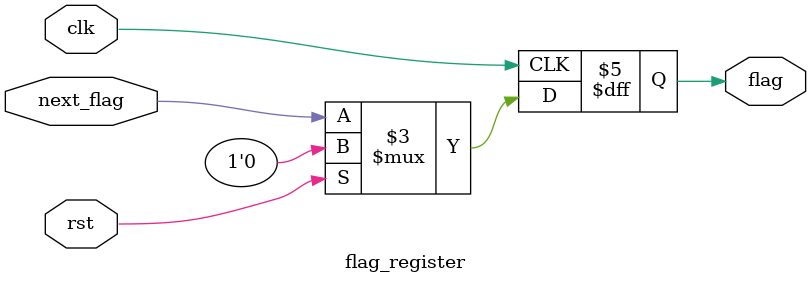
<source format=sv>
module range_detector_with_enable(
    input wire clk, rst, enable,
    input wire [15:0] data_input,
    input wire [15:0] range_min, range_max,
    output wire range_detect_flag
);
    wire comp_out;
    wire next_flag;
    
    // 组合逻辑部分
    comparator_module comp1(
        .data(data_input),
        .lower(range_min),
        .upper(range_max),
        .in_range(comp_out)
    );
    
    // 组合逻辑 - 计算下一个状态
    assign next_flag = enable ? comp_out : range_detect_flag;
    
    // 时序逻辑部分
    flag_register flag_reg(
        .clk(clk),
        .rst(rst),
        .next_flag(next_flag),
        .flag(range_detect_flag)
    );
endmodule

// 纯组合逻辑模块
module comparator_module(
    input wire [15:0] data,
    input wire [15:0] lower,
    input wire [15:0] upper,
    output wire in_range
);
    assign in_range = (data >= lower) && (data <= upper);
endmodule

// 纯时序逻辑模块
module flag_register(
    input wire clk, rst,
    input wire next_flag,
    output reg flag
);
    always @(posedge clk) begin
        if (rst)
            flag <= 1'b0;
        else
            flag <= next_flag;
    end
endmodule
</source>
